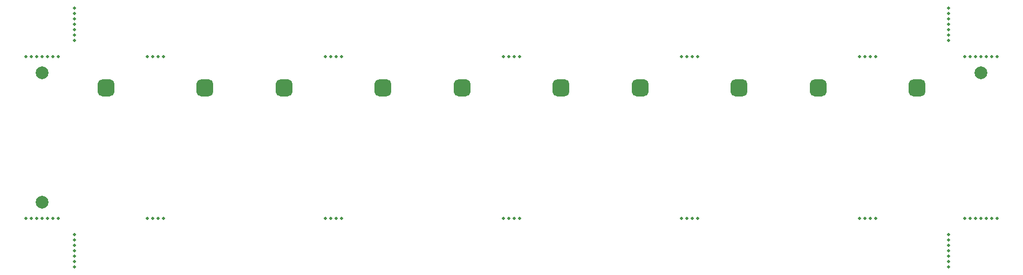
<source format=gbs>
G04 #@! TF.GenerationSoftware,KiCad,Pcbnew,6.0.2+dfsg-1*
G04 #@! TF.CreationDate,2023-06-21T21:29:58-06:00*
G04 #@! TF.ProjectId,ckt-dingdong-spk-array,636b742d-6469-46e6-9764-6f6e672d7370,rev?*
G04 #@! TF.SameCoordinates,Original*
G04 #@! TF.FileFunction,Soldermask,Bot*
G04 #@! TF.FilePolarity,Negative*
%FSLAX46Y46*%
G04 Gerber Fmt 4.6, Leading zero omitted, Abs format (unit mm)*
G04 Created by KiCad (PCBNEW 6.0.2+dfsg-1) date 2023-06-21 21:29:58*
%MOMM*%
%LPD*%
G01*
G04 APERTURE LIST*
%ADD10C,0.500000*%
%ADD11C,2.000000*%
G04 APERTURE END LIST*
D10*
X164013333Y-22620000D03*
X22620000Y-54793333D03*
X22620000Y-17540000D03*
X148350000Y-22620000D03*
X90776666Y-22620000D03*
X117870000Y-22620000D03*
X147503333Y-48020000D03*
X159780000Y-51406666D03*
X163166666Y-48020000D03*
X159780000Y-15846667D03*
X34050000Y-22620000D03*
X166553333Y-48020000D03*
X22620000Y-55640000D03*
X64530000Y-48020000D03*
X22620000Y-15846667D03*
X34896667Y-48020000D03*
X166553333Y-22620000D03*
X159780000Y-55640000D03*
X162320000Y-22620000D03*
X162320000Y-48020000D03*
X119563333Y-48020000D03*
X159780000Y-54793333D03*
X145810000Y-48020000D03*
X15846667Y-22620000D03*
X119563333Y-22620000D03*
X16693334Y-48020000D03*
X35743333Y-48020000D03*
X20080000Y-22620000D03*
X92470000Y-22620000D03*
X22620000Y-18386667D03*
X159780000Y-50560000D03*
X118716666Y-22620000D03*
X61990000Y-48020000D03*
X159780000Y-53100000D03*
X159780000Y-53946666D03*
X165706666Y-22620000D03*
X64530000Y-22620000D03*
X165706666Y-48020000D03*
X15000000Y-22620000D03*
X16693334Y-22620000D03*
X147503333Y-22620000D03*
X163166666Y-22620000D03*
X145810000Y-22620000D03*
X146656666Y-48020000D03*
X63683333Y-48020000D03*
X22620000Y-19233334D03*
X61990000Y-22620000D03*
X164013333Y-48020000D03*
X117870000Y-48020000D03*
X62836666Y-48020000D03*
X120410000Y-22620000D03*
X90776666Y-48020000D03*
X159780000Y-18386667D03*
X18386667Y-48020000D03*
X22620000Y-16693334D03*
X159780000Y-52253333D03*
X22620000Y-15000000D03*
X15846667Y-48020000D03*
X20080000Y-48020000D03*
X159780000Y-16693334D03*
X164860000Y-22620000D03*
X22620000Y-51406666D03*
X22620000Y-53946666D03*
X63683333Y-22620000D03*
X17540000Y-22620000D03*
X159780000Y-19233334D03*
X19233334Y-48020000D03*
X89930000Y-22620000D03*
X15000000Y-48020000D03*
X62836666Y-22620000D03*
X36590000Y-22620000D03*
X159780000Y-20080000D03*
X148350000Y-48020000D03*
X17540000Y-48020000D03*
X22620000Y-52253333D03*
X34896667Y-22620000D03*
X19233334Y-22620000D03*
X164860000Y-48020000D03*
X159780000Y-15000000D03*
X22620000Y-50560000D03*
X146656666Y-22620000D03*
X92470000Y-48020000D03*
X22620000Y-20080000D03*
X118716666Y-48020000D03*
X18386667Y-22620000D03*
X89930000Y-48020000D03*
X36590000Y-48020000D03*
X34050000Y-48020000D03*
X91623333Y-48020000D03*
X22620000Y-53100000D03*
X91623333Y-22620000D03*
X167400000Y-22620000D03*
X120410000Y-48020000D03*
X35743333Y-22620000D03*
X167400000Y-48020000D03*
X159780000Y-17540000D03*
D11*
X17540000Y-45480000D03*
X17540000Y-25160000D03*
G36*
G01*
X128216200Y-26905000D02*
X128216200Y-28155000D01*
G75*
G02*
X127515000Y-28856200I-701200J0D01*
G01*
X126265000Y-28856200D01*
G75*
G02*
X125563800Y-28155000I0J701200D01*
G01*
X125563800Y-26905000D01*
G75*
G02*
X126265000Y-26203800I701200J0D01*
G01*
X127515000Y-26203800D01*
G75*
G02*
X128216200Y-26905000I0J-701200D01*
G01*
G37*
G36*
G01*
X112716200Y-26905000D02*
X112716200Y-28155000D01*
G75*
G02*
X112015000Y-28856200I-701200J0D01*
G01*
X110765000Y-28856200D01*
G75*
G02*
X110063800Y-28155000I0J701200D01*
G01*
X110063800Y-26905000D01*
G75*
G02*
X110765000Y-26203800I701200J0D01*
G01*
X112015000Y-26203800D01*
G75*
G02*
X112716200Y-26905000I0J-701200D01*
G01*
G37*
G36*
G01*
X44396200Y-26905000D02*
X44396200Y-28155000D01*
G75*
G02*
X43695000Y-28856200I-701200J0D01*
G01*
X42445000Y-28856200D01*
G75*
G02*
X41743800Y-28155000I0J701200D01*
G01*
X41743800Y-26905000D01*
G75*
G02*
X42445000Y-26203800I701200J0D01*
G01*
X43695000Y-26203800D01*
G75*
G02*
X44396200Y-26905000I0J-701200D01*
G01*
G37*
G36*
G01*
X28896200Y-26905000D02*
X28896200Y-28155000D01*
G75*
G02*
X28195000Y-28856200I-701200J0D01*
G01*
X26945000Y-28856200D01*
G75*
G02*
X26243800Y-28155000I0J701200D01*
G01*
X26243800Y-26905000D01*
G75*
G02*
X26945000Y-26203800I701200J0D01*
G01*
X28195000Y-26203800D01*
G75*
G02*
X28896200Y-26905000I0J-701200D01*
G01*
G37*
G36*
G01*
X100276200Y-26905000D02*
X100276200Y-28155000D01*
G75*
G02*
X99575000Y-28856200I-701200J0D01*
G01*
X98325000Y-28856200D01*
G75*
G02*
X97623800Y-28155000I0J701200D01*
G01*
X97623800Y-26905000D01*
G75*
G02*
X98325000Y-26203800I701200J0D01*
G01*
X99575000Y-26203800D01*
G75*
G02*
X100276200Y-26905000I0J-701200D01*
G01*
G37*
G36*
G01*
X84776200Y-26905000D02*
X84776200Y-28155000D01*
G75*
G02*
X84075000Y-28856200I-701200J0D01*
G01*
X82825000Y-28856200D01*
G75*
G02*
X82123800Y-28155000I0J701200D01*
G01*
X82123800Y-26905000D01*
G75*
G02*
X82825000Y-26203800I701200J0D01*
G01*
X84075000Y-26203800D01*
G75*
G02*
X84776200Y-26905000I0J-701200D01*
G01*
G37*
G36*
G01*
X72336200Y-26905000D02*
X72336200Y-28155000D01*
G75*
G02*
X71635000Y-28856200I-701200J0D01*
G01*
X70385000Y-28856200D01*
G75*
G02*
X69683800Y-28155000I0J701200D01*
G01*
X69683800Y-26905000D01*
G75*
G02*
X70385000Y-26203800I701200J0D01*
G01*
X71635000Y-26203800D01*
G75*
G02*
X72336200Y-26905000I0J-701200D01*
G01*
G37*
G36*
G01*
X56836200Y-26905000D02*
X56836200Y-28155000D01*
G75*
G02*
X56135000Y-28856200I-701200J0D01*
G01*
X54885000Y-28856200D01*
G75*
G02*
X54183800Y-28155000I0J701200D01*
G01*
X54183800Y-26905000D01*
G75*
G02*
X54885000Y-26203800I701200J0D01*
G01*
X56135000Y-26203800D01*
G75*
G02*
X56836200Y-26905000I0J-701200D01*
G01*
G37*
X164860000Y-25160000D03*
G36*
G01*
X156156200Y-26905000D02*
X156156200Y-28155000D01*
G75*
G02*
X155455000Y-28856200I-701200J0D01*
G01*
X154205000Y-28856200D01*
G75*
G02*
X153503800Y-28155000I0J701200D01*
G01*
X153503800Y-26905000D01*
G75*
G02*
X154205000Y-26203800I701200J0D01*
G01*
X155455000Y-26203800D01*
G75*
G02*
X156156200Y-26905000I0J-701200D01*
G01*
G37*
G36*
G01*
X140656200Y-26905000D02*
X140656200Y-28155000D01*
G75*
G02*
X139955000Y-28856200I-701200J0D01*
G01*
X138705000Y-28856200D01*
G75*
G02*
X138003800Y-28155000I0J701200D01*
G01*
X138003800Y-26905000D01*
G75*
G02*
X138705000Y-26203800I701200J0D01*
G01*
X139955000Y-26203800D01*
G75*
G02*
X140656200Y-26905000I0J-701200D01*
G01*
G37*
M02*

</source>
